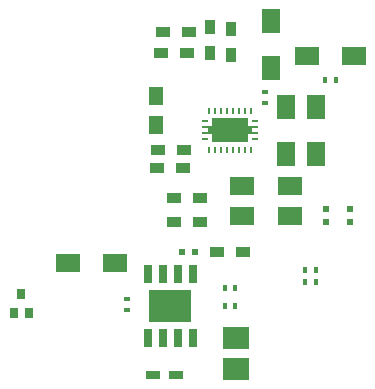
<source format=gbr>
G04 #@! TF.GenerationSoftware,KiCad,Pcbnew,5.0.0*
G04 #@! TF.CreationDate,2018-08-08T08:48:25-04:00*
G04 #@! TF.ProjectId,telegraph,74656C6567726170682E6B696361645F,rev?*
G04 #@! TF.SameCoordinates,Original*
G04 #@! TF.FileFunction,Paste,Top*
G04 #@! TF.FilePolarity,Positive*
%FSLAX46Y46*%
G04 Gerber Fmt 4.6, Leading zero omitted, Abs format (unit mm)*
G04 Created by KiCad (PCBNEW 5.0.0) date Wed Aug  8 08:48:25 2018*
%MOMM*%
%LPD*%
G01*
G04 APERTURE LIST*
%ADD10R,1.250000X1.500000*%
%ADD11R,0.400000X0.600000*%
%ADD12R,0.500000X0.600000*%
%ADD13R,0.600000X0.500000*%
%ADD14R,1.200000X0.750000*%
%ADD15R,2.000000X1.600000*%
%ADD16R,1.600000X2.000000*%
%ADD17R,2.200000X1.825000*%
%ADD18R,1.200000X0.900000*%
%ADD19R,0.900000X1.200000*%
%ADD20R,0.600000X0.400000*%
%ADD21R,0.650000X1.500000*%
%ADD22R,3.600000X2.700000*%
%ADD23R,0.800000X0.900000*%
%ADD24R,0.240000X0.600000*%
%ADD25R,0.600000X0.240000*%
%ADD26R,3.050000X2.050000*%
%ADD27R,0.325000X0.740000*%
G04 APERTURE END LIST*
D10*
G04 #@! TO.C,C17*
X119900000Y-114650000D03*
X119900000Y-112150000D03*
G04 #@! TD*
D11*
G04 #@! TO.C,R18*
X133450000Y-127900000D03*
X132550000Y-127900000D03*
G04 #@! TD*
G04 #@! TO.C,R19*
X132550000Y-126900000D03*
X133450000Y-126900000D03*
G04 #@! TD*
D12*
G04 #@! TO.C,C3*
X136360000Y-122854000D03*
X136360000Y-121754000D03*
G04 #@! TD*
G04 #@! TO.C,C4*
X134328000Y-121754000D03*
X134328000Y-122854000D03*
G04 #@! TD*
D13*
G04 #@! TO.C,C12*
X123194000Y-125352000D03*
X122094000Y-125352000D03*
G04 #@! TD*
D14*
G04 #@! TO.C,C11*
X119700000Y-135818000D03*
X121600000Y-135818000D03*
G04 #@! TD*
D15*
G04 #@! TO.C,C10*
X116450000Y-126318000D03*
X112450000Y-126318000D03*
G04 #@! TD*
D16*
G04 #@! TO.C,C7*
X129700000Y-109818000D03*
X129700000Y-105818000D03*
G04 #@! TD*
G04 #@! TO.C,C6*
X130950000Y-113068000D03*
X130950000Y-117068000D03*
G04 #@! TD*
G04 #@! TO.C,C5*
X133450000Y-117068000D03*
X133450000Y-113068000D03*
G04 #@! TD*
D15*
G04 #@! TO.C,C2*
X131248000Y-119764000D03*
X127248000Y-119764000D03*
G04 #@! TD*
G04 #@! TO.C,C1*
X131248000Y-122304000D03*
X127248000Y-122304000D03*
G04 #@! TD*
G04 #@! TO.C,C15*
X132700000Y-108818000D03*
X136700000Y-108818000D03*
G04 #@! TD*
D17*
G04 #@! TO.C,L1*
X126708000Y-135275500D03*
X126708000Y-132700500D03*
G04 #@! TD*
D18*
G04 #@! TO.C,D3*
X123700000Y-120818000D03*
X121500000Y-120818000D03*
G04 #@! TD*
D19*
G04 #@! TO.C,D2*
X124500000Y-106368000D03*
X124500000Y-108568000D03*
G04 #@! TD*
G04 #@! TO.C,D1*
X126250000Y-108668000D03*
X126250000Y-106468000D03*
G04 #@! TD*
D20*
G04 #@! TO.C,R7*
X129200000Y-112768000D03*
X129200000Y-111868000D03*
G04 #@! TD*
G04 #@! TO.C,R13*
X117450000Y-130268000D03*
X117450000Y-129368000D03*
G04 #@! TD*
D11*
G04 #@! TO.C,R14*
X125750000Y-129924000D03*
X126650000Y-129924000D03*
G04 #@! TD*
G04 #@! TO.C,R16*
X134250000Y-110818000D03*
X135150000Y-110818000D03*
G04 #@! TD*
G04 #@! TO.C,R17*
X125750000Y-128400000D03*
X126650000Y-128400000D03*
G04 #@! TD*
D18*
G04 #@! TO.C,R15*
X125100000Y-125352000D03*
X127300000Y-125352000D03*
G04 #@! TD*
G04 #@! TO.C,R2*
X120500000Y-106768000D03*
X122700000Y-106768000D03*
G04 #@! TD*
G04 #@! TO.C,R3*
X122550000Y-108518000D03*
X120350000Y-108518000D03*
G04 #@! TD*
G04 #@! TO.C,R6*
X122220000Y-118240000D03*
X120020000Y-118240000D03*
G04 #@! TD*
G04 #@! TO.C,R10*
X123650000Y-122818000D03*
X121450000Y-122818000D03*
G04 #@! TD*
G04 #@! TO.C,R5*
X120104000Y-116716000D03*
X122304000Y-116716000D03*
G04 #@! TD*
D21*
G04 #@! TO.C,U3*
X119215000Y-132624000D03*
X120485000Y-132624000D03*
X121755000Y-132624000D03*
X123025000Y-132624000D03*
X123025000Y-127224000D03*
X121755000Y-127224000D03*
X120485000Y-127224000D03*
X119215000Y-127224000D03*
D22*
X121120000Y-129924000D03*
G04 #@! TD*
D23*
G04 #@! TO.C,Q1*
X108532000Y-128930000D03*
X109182000Y-130530000D03*
X107882000Y-130530000D03*
G04 #@! TD*
D24*
G04 #@! TO.C,U1*
X124450000Y-116718000D03*
X124950000Y-116718000D03*
X125450000Y-116718000D03*
X125950000Y-116718000D03*
X126450000Y-116718000D03*
X126950000Y-116718000D03*
X127450000Y-116718000D03*
X127950000Y-116718000D03*
D25*
X128350000Y-115818000D03*
X128350000Y-115318000D03*
X128350000Y-114818000D03*
X128350000Y-114318000D03*
D24*
X127950000Y-113418000D03*
X127450000Y-113418000D03*
X126950000Y-113418000D03*
X126450000Y-113418000D03*
X125950000Y-113418000D03*
X125450000Y-113418000D03*
X124950000Y-113418000D03*
X124450000Y-113418000D03*
D25*
X124050000Y-114318000D03*
X124050000Y-114818000D03*
X124050000Y-115318000D03*
X124050000Y-115818000D03*
D26*
X126200000Y-115068000D03*
D27*
X127887500Y-115068000D03*
X124512500Y-115068000D03*
G04 #@! TD*
M02*

</source>
